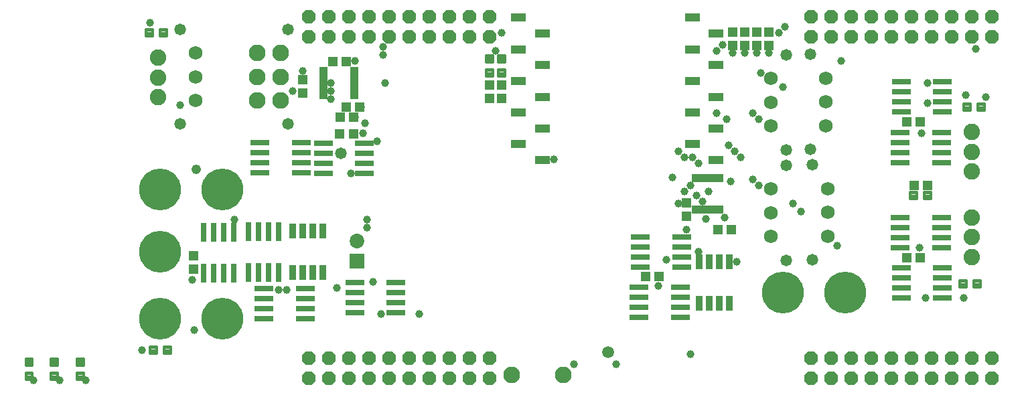
<source format=gts>
G75*
%MOIN*%
%OFA0B0*%
%FSLAX24Y24*%
%IPPOS*%
%LPD*%
%AMOC8*
5,1,8,0,0,1.08239X$1,22.5*
%
%ADD10C,0.0592*%
%ADD11OC8,0.0680*%
%ADD12C,0.0142*%
%ADD13R,0.0474X0.0513*%
%ADD14C,0.0820*%
%ADD15R,0.0513X0.0474*%
%ADD16C,0.0730*%
%ADD17R,0.0730X0.0730*%
%ADD18R,0.0946X0.0316*%
%ADD19C,0.2080*%
%ADD20R,0.0749X0.0415*%
%ADD21R,0.0316X0.0946*%
%ADD22C,0.0580*%
%ADD23C,0.0680*%
%ADD24R,0.0360X0.0780*%
%ADD25C,0.0830*%
%ADD26R,0.0200X0.0430*%
%ADD27R,0.0430X0.0200*%
%ADD28C,0.0390*%
%ADD29C,0.0476*%
D10*
X035573Y008693D03*
D11*
X029673Y008393D03*
X028673Y008393D03*
X027673Y008393D03*
X026673Y008393D03*
X025673Y008393D03*
X024673Y008393D03*
X023673Y008393D03*
X022673Y008393D03*
X021673Y008393D03*
X020673Y008393D03*
X020673Y007393D03*
X021673Y007393D03*
X022673Y007393D03*
X023673Y007393D03*
X024673Y007393D03*
X025673Y007393D03*
X026673Y007393D03*
X027673Y007393D03*
X028673Y007393D03*
X029673Y007393D03*
X045673Y007393D03*
X046673Y007393D03*
X047673Y007393D03*
X048673Y007393D03*
X049673Y007393D03*
X050673Y007393D03*
X051673Y007393D03*
X052673Y007393D03*
X053673Y007393D03*
X054673Y007393D03*
X054673Y008393D03*
X053673Y008393D03*
X052673Y008393D03*
X051673Y008393D03*
X050673Y008393D03*
X049673Y008393D03*
X048673Y008393D03*
X047673Y008393D03*
X046673Y008393D03*
X045673Y008393D03*
X045673Y024393D03*
X046673Y024393D03*
X047673Y024393D03*
X048673Y024393D03*
X049673Y024393D03*
X050673Y024393D03*
X051673Y024393D03*
X052673Y024393D03*
X053673Y024393D03*
X054673Y024393D03*
X054673Y025393D03*
X053673Y025393D03*
X052673Y025393D03*
X051673Y025393D03*
X050673Y025393D03*
X049673Y025393D03*
X048673Y025393D03*
X047673Y025393D03*
X046673Y025393D03*
X045673Y025393D03*
X029673Y025393D03*
X028673Y025393D03*
X027673Y025393D03*
X026673Y025393D03*
X025673Y025393D03*
X024673Y025393D03*
X023673Y025393D03*
X022673Y025393D03*
X021673Y025393D03*
X020673Y025393D03*
X020673Y024393D03*
X021673Y024393D03*
X022673Y024393D03*
X023673Y024393D03*
X024673Y024393D03*
X025673Y024393D03*
X026673Y024393D03*
X027673Y024393D03*
X028673Y024393D03*
X029673Y024393D03*
D12*
X029839Y023123D02*
X029507Y023123D01*
X029507Y023455D01*
X029839Y023455D01*
X029839Y023123D01*
X029839Y023264D02*
X029507Y023264D01*
X029507Y023405D02*
X029839Y023405D01*
X030107Y023123D02*
X030439Y023123D01*
X030107Y023123D02*
X030107Y023455D01*
X030439Y023455D01*
X030439Y023123D01*
X030439Y023264D02*
X030107Y023264D01*
X030107Y023405D02*
X030439Y023405D01*
X030439Y022432D02*
X030107Y022432D01*
X030107Y022764D01*
X030439Y022764D01*
X030439Y022432D01*
X030439Y022573D02*
X030107Y022573D01*
X030107Y022714D02*
X030439Y022714D01*
X029839Y022432D02*
X029507Y022432D01*
X029507Y022764D01*
X029839Y022764D01*
X029839Y022432D01*
X029839Y022573D02*
X029507Y022573D01*
X029507Y022714D02*
X029839Y022714D01*
X013584Y024427D02*
X013584Y024759D01*
X013584Y024427D02*
X013252Y024427D01*
X013252Y024759D01*
X013584Y024759D01*
X013584Y024568D02*
X013252Y024568D01*
X013252Y024709D02*
X013584Y024709D01*
X012894Y024759D02*
X012894Y024427D01*
X012562Y024427D01*
X012562Y024759D01*
X012894Y024759D01*
X012894Y024568D02*
X012562Y024568D01*
X012562Y024709D02*
X012894Y024709D01*
X013094Y008959D02*
X013094Y008627D01*
X012762Y008627D01*
X012762Y008959D01*
X013094Y008959D01*
X013094Y008768D02*
X012762Y008768D01*
X012762Y008909D02*
X013094Y008909D01*
X013784Y008959D02*
X013784Y008627D01*
X013452Y008627D01*
X013452Y008959D01*
X013784Y008959D01*
X013784Y008768D02*
X013452Y008768D01*
X013452Y008909D02*
X013784Y008909D01*
X009464Y008355D02*
X009132Y008355D01*
X009464Y008355D02*
X009464Y008023D01*
X009132Y008023D01*
X009132Y008355D01*
X009132Y008164D02*
X009464Y008164D01*
X009464Y008305D02*
X009132Y008305D01*
X008164Y008355D02*
X007832Y008355D01*
X008164Y008355D02*
X008164Y008023D01*
X007832Y008023D01*
X007832Y008355D01*
X007832Y008164D02*
X008164Y008164D01*
X008164Y008305D02*
X007832Y008305D01*
X006914Y008355D02*
X006582Y008355D01*
X006914Y008355D02*
X006914Y008023D01*
X006582Y008023D01*
X006582Y008355D01*
X006582Y008164D02*
X006914Y008164D01*
X006914Y008305D02*
X006582Y008305D01*
X006582Y007664D02*
X006914Y007664D01*
X006914Y007332D01*
X006582Y007332D01*
X006582Y007664D01*
X006582Y007473D02*
X006914Y007473D01*
X006914Y007614D02*
X006582Y007614D01*
X007832Y007664D02*
X008164Y007664D01*
X008164Y007332D01*
X007832Y007332D01*
X007832Y007664D01*
X007832Y007473D02*
X008164Y007473D01*
X008164Y007614D02*
X007832Y007614D01*
X009132Y007664D02*
X009464Y007664D01*
X009464Y007332D01*
X009132Y007332D01*
X009132Y007664D01*
X009132Y007473D02*
X009464Y007473D01*
X009464Y007614D02*
X009132Y007614D01*
X050944Y016327D02*
X050944Y016659D01*
X050944Y016327D02*
X050612Y016327D01*
X050612Y016659D01*
X050944Y016659D01*
X050944Y016468D02*
X050612Y016468D01*
X050612Y016609D02*
X050944Y016609D01*
X051634Y016659D02*
X051634Y016327D01*
X051302Y016327D01*
X051302Y016659D01*
X051634Y016659D01*
X051634Y016468D02*
X051302Y016468D01*
X051302Y016609D02*
X051634Y016609D01*
X053594Y020727D02*
X053594Y021059D01*
X053594Y020727D02*
X053262Y020727D01*
X053262Y021059D01*
X053594Y021059D01*
X053594Y020868D02*
X053262Y020868D01*
X053262Y021009D02*
X053594Y021009D01*
X054284Y021059D02*
X054284Y020727D01*
X053952Y020727D01*
X053952Y021059D01*
X054284Y021059D01*
X054284Y020868D02*
X053952Y020868D01*
X053952Y021009D02*
X054284Y021009D01*
X054084Y012259D02*
X054084Y011927D01*
X053752Y011927D01*
X053752Y012259D01*
X054084Y012259D01*
X054084Y012068D02*
X053752Y012068D01*
X053752Y012209D02*
X054084Y012209D01*
X053394Y012259D02*
X053394Y011927D01*
X053062Y011927D01*
X053062Y012259D01*
X053394Y012259D01*
X053394Y012068D02*
X053062Y012068D01*
X053062Y012209D02*
X053394Y012209D01*
D13*
X039473Y015459D03*
X039473Y016128D03*
X030273Y021309D03*
X029673Y021309D03*
X029673Y021978D03*
X030273Y021978D03*
X020373Y022253D03*
X020373Y021584D03*
X014923Y013478D03*
X014923Y012809D03*
X041773Y023959D03*
X042373Y023959D03*
X042973Y023959D03*
X043573Y023959D03*
X043573Y024628D03*
X042973Y024628D03*
X042373Y024628D03*
X041773Y024628D03*
D14*
X053673Y019643D03*
X053673Y018659D03*
X053673Y017675D03*
X053673Y015393D03*
X053673Y014409D03*
X053673Y013425D03*
X013173Y021375D03*
X013173Y022359D03*
X013173Y023343D03*
D15*
X021863Y023168D03*
X022532Y023168D03*
X022538Y020893D03*
X022238Y020393D03*
X022907Y020393D03*
X023207Y020893D03*
X022882Y019543D03*
X022213Y019543D03*
X037438Y012443D03*
X038107Y012443D03*
X041038Y014793D03*
X041707Y014793D03*
X050438Y013393D03*
X051107Y013393D03*
X050788Y016993D03*
X051457Y016993D03*
X051107Y020143D03*
X050438Y020143D03*
D16*
X023048Y014218D03*
D17*
X023048Y013218D03*
D18*
X022949Y012143D03*
X022949Y011643D03*
X022949Y011143D03*
X022949Y010643D03*
X024996Y010643D03*
X024996Y011143D03*
X024996Y011643D03*
X024996Y012143D03*
X020484Y011859D03*
X020484Y011359D03*
X020484Y010859D03*
X020484Y010359D03*
X018437Y010359D03*
X018437Y010859D03*
X018437Y011359D03*
X018437Y011859D03*
X018237Y017609D03*
X018237Y018109D03*
X018237Y018609D03*
X018237Y019109D03*
X020284Y019109D03*
X020284Y018609D03*
X020284Y018109D03*
X020284Y017609D03*
X021399Y017593D03*
X021399Y018093D03*
X021399Y018593D03*
X021399Y019093D03*
X023446Y019093D03*
X023446Y018593D03*
X023446Y018093D03*
X023446Y017593D03*
X037174Y014418D03*
X037174Y013918D03*
X037174Y013418D03*
X037174Y012918D03*
X039221Y012918D03*
X039221Y013418D03*
X039221Y013918D03*
X039221Y014418D03*
X039159Y011928D03*
X039159Y011428D03*
X039159Y010928D03*
X039159Y010428D03*
X037112Y010428D03*
X037112Y010928D03*
X037112Y011428D03*
X037112Y011928D03*
X050149Y011893D03*
X050149Y011393D03*
X050149Y012393D03*
X050149Y012893D03*
X050112Y013878D03*
X050112Y014378D03*
X050112Y014878D03*
X050112Y015378D03*
X052159Y015378D03*
X052159Y014878D03*
X052159Y014378D03*
X052159Y013878D03*
X052196Y012893D03*
X052196Y012393D03*
X052196Y011893D03*
X052196Y011393D03*
X052159Y018128D03*
X052159Y018628D03*
X052159Y019128D03*
X052159Y019628D03*
X052196Y020643D03*
X052196Y021143D03*
X052196Y021643D03*
X052196Y022143D03*
X050149Y022143D03*
X050149Y021643D03*
X050149Y021143D03*
X050149Y020643D03*
X050112Y019628D03*
X050112Y019128D03*
X050112Y018628D03*
X050112Y018128D03*
D19*
X047373Y011643D03*
X044273Y011643D03*
X016373Y010343D03*
X013273Y010343D03*
X013273Y013693D03*
X013273Y016793D03*
X016373Y016793D03*
D20*
X031102Y019043D03*
X032283Y018256D03*
X032283Y019831D03*
X031102Y020618D03*
X032283Y021405D03*
X031102Y022193D03*
X032283Y022980D03*
X031102Y023768D03*
X032283Y024555D03*
X031102Y025342D03*
X039763Y025342D03*
X040944Y024555D03*
X039763Y023768D03*
X040944Y022980D03*
X039763Y022193D03*
X040944Y021405D03*
X039763Y020618D03*
X040944Y019831D03*
X039763Y019043D03*
X040944Y018256D03*
D21*
X019157Y014704D03*
X018657Y014704D03*
X018157Y014704D03*
X017657Y014704D03*
X016923Y014667D03*
X016423Y014667D03*
X015923Y014667D03*
X015423Y014667D03*
X015423Y012620D03*
X015923Y012620D03*
X016423Y012620D03*
X016923Y012620D03*
X017657Y012657D03*
X018157Y012657D03*
X018657Y012657D03*
X019157Y012657D03*
D22*
X022273Y018593D03*
X019643Y020043D03*
X014273Y020043D03*
X014273Y024763D03*
X019643Y024763D03*
X044423Y023493D03*
X045623Y023513D03*
X045623Y018793D03*
X045723Y018013D03*
X044423Y017993D03*
X044423Y018773D03*
X044423Y013273D03*
X045723Y013293D03*
D23*
X046493Y014473D03*
X046493Y015653D03*
X046493Y016833D03*
X043653Y016813D03*
X043653Y015633D03*
X043653Y014453D03*
X043653Y019953D03*
X043653Y021133D03*
X043653Y022313D03*
X046393Y022333D03*
X046393Y021153D03*
X046393Y019973D03*
X015043Y021223D03*
X015043Y022403D03*
X015043Y023583D03*
D24*
X019853Y014733D03*
X020353Y014733D03*
X020853Y014733D03*
X021353Y014733D03*
X021353Y012673D03*
X020853Y012673D03*
X020353Y012673D03*
X019853Y012673D03*
X040103Y013183D03*
X040603Y013183D03*
X041103Y013183D03*
X041603Y013183D03*
X041603Y011123D03*
X041103Y011123D03*
X040603Y011123D03*
X040103Y011123D03*
D25*
X033323Y007553D03*
X030763Y007553D03*
X019273Y021223D03*
X018093Y021223D03*
X018093Y022403D03*
X019273Y022403D03*
X019273Y023583D03*
X018093Y023583D03*
D26*
X039833Y017361D03*
X040030Y017361D03*
X040227Y017361D03*
X040424Y017361D03*
X040621Y017361D03*
X040818Y017361D03*
X041015Y017361D03*
X041212Y017361D03*
X041212Y015806D03*
X041015Y015806D03*
X040818Y015806D03*
X040621Y015806D03*
X040424Y015806D03*
X040227Y015806D03*
X040030Y015806D03*
X039833Y015806D03*
D27*
X022940Y021404D03*
X022940Y021601D03*
X022940Y021798D03*
X022940Y021995D03*
X022940Y022192D03*
X022940Y022389D03*
X022940Y022586D03*
X022940Y022783D03*
X021385Y022783D03*
X021385Y022586D03*
X021385Y022389D03*
X021385Y022192D03*
X021385Y021995D03*
X021385Y021798D03*
X021385Y021601D03*
X021385Y021404D03*
D28*
X006973Y007293D03*
X008273Y007293D03*
X009573Y007293D03*
X012373Y008793D03*
X014973Y009793D03*
X019173Y011793D03*
X019573Y011793D03*
X022073Y011893D03*
X023873Y012193D03*
X024273Y010593D03*
X026173Y010593D03*
X033873Y008093D03*
X035973Y008093D03*
X039673Y008593D03*
X038073Y011993D03*
X038473Y013293D03*
X040073Y013693D03*
X039473Y014793D03*
X040423Y015318D03*
X041373Y015393D03*
X040273Y016193D03*
X039973Y016493D03*
X040573Y016693D03*
X039673Y016993D03*
X039373Y016693D03*
X039073Y016093D03*
X038773Y017393D03*
X040073Y018093D03*
X039773Y018393D03*
X039373Y018393D03*
X039073Y018693D03*
X041573Y018993D03*
X041873Y018693D03*
X042173Y018393D03*
X042773Y017293D03*
X043073Y016993D03*
X041673Y017193D03*
X044773Y016093D03*
X045173Y015693D03*
X046973Y013993D03*
X051073Y013893D03*
X051373Y011393D03*
X053273Y011393D03*
X041973Y013193D03*
X032873Y018293D03*
X040973Y020593D03*
X041473Y020293D03*
X042773Y020593D03*
X043073Y020293D03*
X044273Y021893D03*
X043173Y022593D03*
X042973Y023593D03*
X043573Y023593D03*
X042373Y023593D03*
X041773Y023593D03*
X041273Y023993D03*
X040973Y023693D03*
X044073Y024593D03*
X044373Y024893D03*
X047173Y023193D03*
X051473Y022093D03*
X051473Y021093D03*
X053373Y021493D03*
X054373Y021393D03*
X051173Y019593D03*
X053873Y023793D03*
X030273Y024593D03*
X029973Y023693D03*
X024373Y023493D03*
X024373Y023893D03*
X022973Y023193D03*
X021773Y022093D03*
X021773Y021693D03*
X021773Y021293D03*
X022973Y020393D03*
X023473Y020093D03*
X023373Y019593D03*
X024073Y019193D03*
X023273Y020893D03*
X024473Y022093D03*
X020373Y022693D03*
X019873Y021693D03*
X014273Y020993D03*
X012773Y025093D03*
X022773Y017593D03*
X023573Y015293D03*
X023573Y014893D03*
X016973Y015293D03*
X014873Y012293D03*
D29*
X015073Y017793D03*
M02*

</source>
